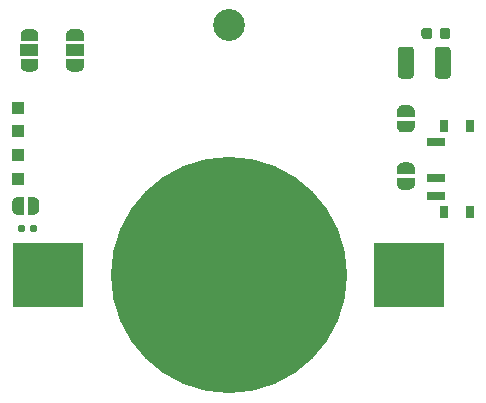
<source format=gbr>
%TF.GenerationSoftware,KiCad,Pcbnew,(5.1.9)-1*%
%TF.CreationDate,2021-12-28T16:52:40+01:00*%
%TF.ProjectId,heart,68656172-742e-46b6-9963-61645f706362,rev?*%
%TF.SameCoordinates,Original*%
%TF.FileFunction,Soldermask,Bot*%
%TF.FilePolarity,Negative*%
%FSLAX46Y46*%
G04 Gerber Fmt 4.6, Leading zero omitted, Abs format (unit mm)*
G04 Created by KiCad (PCBNEW (5.1.9)-1) date 2021-12-28 16:52:40*
%MOMM*%
%LPD*%
G01*
G04 APERTURE LIST*
%ADD10R,1.500000X1.000000*%
%ADD11C,0.100000*%
%ADD12C,2.700000*%
%ADD13C,20.000000*%
%ADD14R,6.000000X5.500000*%
%ADD15R,0.800000X1.000000*%
%ADD16R,1.500000X0.700000*%
%ADD17R,1.000000X1.000000*%
G04 APERTURE END LIST*
D10*
%TO.C,PA2*%
X37000000Y-62950000D03*
D11*
G36*
X36250602Y-61650000D02*
G01*
X36250602Y-61625466D01*
X36255412Y-61576635D01*
X36264984Y-61528510D01*
X36279228Y-61481555D01*
X36298005Y-61436222D01*
X36321136Y-61392949D01*
X36348396Y-61352150D01*
X36379524Y-61314221D01*
X36414221Y-61279524D01*
X36452150Y-61248396D01*
X36492949Y-61221136D01*
X36536222Y-61198005D01*
X36581555Y-61179228D01*
X36628510Y-61164984D01*
X36676635Y-61155412D01*
X36725466Y-61150602D01*
X36750000Y-61150602D01*
X36750000Y-61150000D01*
X37250000Y-61150000D01*
X37250000Y-61150602D01*
X37274534Y-61150602D01*
X37323365Y-61155412D01*
X37371490Y-61164984D01*
X37418445Y-61179228D01*
X37463778Y-61198005D01*
X37507051Y-61221136D01*
X37547850Y-61248396D01*
X37585779Y-61279524D01*
X37620476Y-61314221D01*
X37651604Y-61352150D01*
X37678864Y-61392949D01*
X37701995Y-61436222D01*
X37720772Y-61481555D01*
X37735016Y-61528510D01*
X37744588Y-61576635D01*
X37749398Y-61625466D01*
X37749398Y-61650000D01*
X37750000Y-61650000D01*
X37750000Y-62200000D01*
X36250000Y-62200000D01*
X36250000Y-61650000D01*
X36250602Y-61650000D01*
G37*
G36*
X37750000Y-63700000D02*
G01*
X37750000Y-64250000D01*
X37749398Y-64250000D01*
X37749398Y-64274534D01*
X37744588Y-64323365D01*
X37735016Y-64371490D01*
X37720772Y-64418445D01*
X37701995Y-64463778D01*
X37678864Y-64507051D01*
X37651604Y-64547850D01*
X37620476Y-64585779D01*
X37585779Y-64620476D01*
X37547850Y-64651604D01*
X37507051Y-64678864D01*
X37463778Y-64701995D01*
X37418445Y-64720772D01*
X37371490Y-64735016D01*
X37323365Y-64744588D01*
X37274534Y-64749398D01*
X37250000Y-64749398D01*
X37250000Y-64750000D01*
X36750000Y-64750000D01*
X36750000Y-64749398D01*
X36725466Y-64749398D01*
X36676635Y-64744588D01*
X36628510Y-64735016D01*
X36581555Y-64720772D01*
X36536222Y-64701995D01*
X36492949Y-64678864D01*
X36452150Y-64651604D01*
X36414221Y-64620476D01*
X36379524Y-64585779D01*
X36348396Y-64547850D01*
X36321136Y-64507051D01*
X36298005Y-64463778D01*
X36279228Y-64418445D01*
X36264984Y-64371490D01*
X36255412Y-64323365D01*
X36250602Y-64274534D01*
X36250602Y-64250000D01*
X36250000Y-64250000D01*
X36250000Y-63700000D01*
X37750000Y-63700000D01*
G37*
%TD*%
D10*
%TO.C,PA1*%
X33135000Y-62950000D03*
D11*
G36*
X32385602Y-61650000D02*
G01*
X32385602Y-61625466D01*
X32390412Y-61576635D01*
X32399984Y-61528510D01*
X32414228Y-61481555D01*
X32433005Y-61436222D01*
X32456136Y-61392949D01*
X32483396Y-61352150D01*
X32514524Y-61314221D01*
X32549221Y-61279524D01*
X32587150Y-61248396D01*
X32627949Y-61221136D01*
X32671222Y-61198005D01*
X32716555Y-61179228D01*
X32763510Y-61164984D01*
X32811635Y-61155412D01*
X32860466Y-61150602D01*
X32885000Y-61150602D01*
X32885000Y-61150000D01*
X33385000Y-61150000D01*
X33385000Y-61150602D01*
X33409534Y-61150602D01*
X33458365Y-61155412D01*
X33506490Y-61164984D01*
X33553445Y-61179228D01*
X33598778Y-61198005D01*
X33642051Y-61221136D01*
X33682850Y-61248396D01*
X33720779Y-61279524D01*
X33755476Y-61314221D01*
X33786604Y-61352150D01*
X33813864Y-61392949D01*
X33836995Y-61436222D01*
X33855772Y-61481555D01*
X33870016Y-61528510D01*
X33879588Y-61576635D01*
X33884398Y-61625466D01*
X33884398Y-61650000D01*
X33885000Y-61650000D01*
X33885000Y-62200000D01*
X32385000Y-62200000D01*
X32385000Y-61650000D01*
X32385602Y-61650000D01*
G37*
G36*
X33885000Y-63700000D02*
G01*
X33885000Y-64250000D01*
X33884398Y-64250000D01*
X33884398Y-64274534D01*
X33879588Y-64323365D01*
X33870016Y-64371490D01*
X33855772Y-64418445D01*
X33836995Y-64463778D01*
X33813864Y-64507051D01*
X33786604Y-64547850D01*
X33755476Y-64585779D01*
X33720779Y-64620476D01*
X33682850Y-64651604D01*
X33642051Y-64678864D01*
X33598778Y-64701995D01*
X33553445Y-64720772D01*
X33506490Y-64735016D01*
X33458365Y-64744588D01*
X33409534Y-64749398D01*
X33385000Y-64749398D01*
X33385000Y-64750000D01*
X32885000Y-64750000D01*
X32885000Y-64749398D01*
X32860466Y-64749398D01*
X32811635Y-64744588D01*
X32763510Y-64735016D01*
X32716555Y-64720772D01*
X32671222Y-64701995D01*
X32627949Y-64678864D01*
X32587150Y-64651604D01*
X32549221Y-64620476D01*
X32514524Y-64585779D01*
X32483396Y-64547850D01*
X32456136Y-64507051D01*
X32433005Y-64463778D01*
X32414228Y-64418445D01*
X32399984Y-64371490D01*
X32390412Y-64323365D01*
X32385602Y-64274534D01*
X32385602Y-64250000D01*
X32385000Y-64250000D01*
X32385000Y-63700000D01*
X33885000Y-63700000D01*
G37*
%TD*%
D12*
%TO.C,REF\u002A\u002A*%
X50000000Y-60800000D03*
%TD*%
D13*
%TO.C,CR2450*%
X50000000Y-82000000D03*
D14*
X65300000Y-82000000D03*
X34700000Y-82000000D03*
%TD*%
D15*
%TO.C,SW1*%
X68220000Y-69350000D03*
X68220000Y-76650000D03*
X70430000Y-76650000D03*
X70430000Y-69350000D03*
D16*
X67570000Y-75250000D03*
X67570000Y-73750000D03*
X67570000Y-70750000D03*
%TD*%
D11*
%TO.C,RST*%
G36*
X32170000Y-76869398D02*
G01*
X32145466Y-76869398D01*
X32096635Y-76864588D01*
X32048510Y-76855016D01*
X32001555Y-76840772D01*
X31956222Y-76821995D01*
X31912949Y-76798864D01*
X31872150Y-76771604D01*
X31834221Y-76740476D01*
X31799524Y-76705779D01*
X31768396Y-76667850D01*
X31741136Y-76627051D01*
X31718005Y-76583778D01*
X31699228Y-76538445D01*
X31684984Y-76491490D01*
X31675412Y-76443365D01*
X31670602Y-76394534D01*
X31670602Y-76370000D01*
X31670000Y-76370000D01*
X31670000Y-75870000D01*
X31670602Y-75870000D01*
X31670602Y-75845466D01*
X31675412Y-75796635D01*
X31684984Y-75748510D01*
X31699228Y-75701555D01*
X31718005Y-75656222D01*
X31741136Y-75612949D01*
X31768396Y-75572150D01*
X31799524Y-75534221D01*
X31834221Y-75499524D01*
X31872150Y-75468396D01*
X31912949Y-75441136D01*
X31956222Y-75418005D01*
X32001555Y-75399228D01*
X32048510Y-75384984D01*
X32096635Y-75375412D01*
X32145466Y-75370602D01*
X32170000Y-75370602D01*
X32170000Y-75370000D01*
X32670000Y-75370000D01*
X32670000Y-76870000D01*
X32170000Y-76870000D01*
X32170000Y-76869398D01*
G37*
G36*
X32970000Y-75370000D02*
G01*
X33470000Y-75370000D01*
X33470000Y-75370602D01*
X33494534Y-75370602D01*
X33543365Y-75375412D01*
X33591490Y-75384984D01*
X33638445Y-75399228D01*
X33683778Y-75418005D01*
X33727051Y-75441136D01*
X33767850Y-75468396D01*
X33805779Y-75499524D01*
X33840476Y-75534221D01*
X33871604Y-75572150D01*
X33898864Y-75612949D01*
X33921995Y-75656222D01*
X33940772Y-75701555D01*
X33955016Y-75748510D01*
X33964588Y-75796635D01*
X33969398Y-75845466D01*
X33969398Y-75870000D01*
X33970000Y-75870000D01*
X33970000Y-76370000D01*
X33969398Y-76370000D01*
X33969398Y-76394534D01*
X33964588Y-76443365D01*
X33955016Y-76491490D01*
X33940772Y-76538445D01*
X33921995Y-76583778D01*
X33898864Y-76627051D01*
X33871604Y-76667850D01*
X33840476Y-76705779D01*
X33805779Y-76740476D01*
X33767850Y-76771604D01*
X33727051Y-76798864D01*
X33683778Y-76821995D01*
X33638445Y-76840772D01*
X33591490Y-76855016D01*
X33543365Y-76864588D01*
X33494534Y-76869398D01*
X33470000Y-76869398D01*
X33470000Y-76870000D01*
X32970000Y-76870000D01*
X32970000Y-75370000D01*
G37*
%TD*%
%TO.C,C0*%
G36*
G01*
X67462500Y-65100002D02*
X67462500Y-62899998D01*
G75*
G02*
X67712498Y-62650000I249998J0D01*
G01*
X68537502Y-62650000D01*
G75*
G02*
X68787500Y-62899998I0J-249998D01*
G01*
X68787500Y-65100002D01*
G75*
G02*
X68537502Y-65350000I-249998J0D01*
G01*
X67712498Y-65350000D01*
G75*
G02*
X67462500Y-65100002I0J249998D01*
G01*
G37*
G36*
G01*
X64337500Y-65100002D02*
X64337500Y-62899998D01*
G75*
G02*
X64587498Y-62650000I249998J0D01*
G01*
X65412502Y-62650000D01*
G75*
G02*
X65662500Y-62899998I0J-249998D01*
G01*
X65662500Y-65100002D01*
G75*
G02*
X65412502Y-65350000I-249998J0D01*
G01*
X64587498Y-65350000D01*
G75*
G02*
X64337500Y-65100002I0J249998D01*
G01*
G37*
%TD*%
D17*
%TO.C,J4*%
X32170000Y-73820000D03*
%TD*%
%TO.C,J3*%
X32170000Y-69820000D03*
%TD*%
%TO.C,J2*%
X32170000Y-71820000D03*
%TD*%
%TO.C,J1*%
X32170000Y-67820000D03*
%TD*%
%TO.C,C1*%
G36*
G01*
X67875000Y-61775000D02*
X67875000Y-61275000D01*
G75*
G02*
X68100000Y-61050000I225000J0D01*
G01*
X68550000Y-61050000D01*
G75*
G02*
X68775000Y-61275000I0J-225000D01*
G01*
X68775000Y-61775000D01*
G75*
G02*
X68550000Y-62000000I-225000J0D01*
G01*
X68100000Y-62000000D01*
G75*
G02*
X67875000Y-61775000I0J225000D01*
G01*
G37*
G36*
G01*
X66325000Y-61775000D02*
X66325000Y-61275000D01*
G75*
G02*
X66550000Y-61050000I225000J0D01*
G01*
X67000000Y-61050000D01*
G75*
G02*
X67225000Y-61275000I0J-225000D01*
G01*
X67225000Y-61775000D01*
G75*
G02*
X67000000Y-62000000I-225000J0D01*
G01*
X66550000Y-62000000D01*
G75*
G02*
X66325000Y-61775000I0J225000D01*
G01*
G37*
%TD*%
%TO.C,R24*%
G36*
G01*
X32720000Y-77860000D02*
X32720000Y-78230000D01*
G75*
G02*
X32585000Y-78365000I-135000J0D01*
G01*
X32315000Y-78365000D01*
G75*
G02*
X32180000Y-78230000I0J135000D01*
G01*
X32180000Y-77860000D01*
G75*
G02*
X32315000Y-77725000I135000J0D01*
G01*
X32585000Y-77725000D01*
G75*
G02*
X32720000Y-77860000I0J-135000D01*
G01*
G37*
G36*
G01*
X33740000Y-77860000D02*
X33740000Y-78230000D01*
G75*
G02*
X33605000Y-78365000I-135000J0D01*
G01*
X33335000Y-78365000D01*
G75*
G02*
X33200000Y-78230000I0J135000D01*
G01*
X33200000Y-77860000D01*
G75*
G02*
X33335000Y-77725000I135000J0D01*
G01*
X33605000Y-77725000D01*
G75*
G02*
X33740000Y-77860000I0J-135000D01*
G01*
G37*
%TD*%
D11*
%TO.C,JP2*%
G36*
X64250602Y-68100000D02*
G01*
X64250602Y-68075466D01*
X64255412Y-68026635D01*
X64264984Y-67978510D01*
X64279228Y-67931555D01*
X64298005Y-67886222D01*
X64321136Y-67842949D01*
X64348396Y-67802150D01*
X64379524Y-67764221D01*
X64414221Y-67729524D01*
X64452150Y-67698396D01*
X64492949Y-67671136D01*
X64536222Y-67648005D01*
X64581555Y-67629228D01*
X64628510Y-67614984D01*
X64676635Y-67605412D01*
X64725466Y-67600602D01*
X64750000Y-67600602D01*
X64750000Y-67600000D01*
X65250000Y-67600000D01*
X65250000Y-67600602D01*
X65274534Y-67600602D01*
X65323365Y-67605412D01*
X65371490Y-67614984D01*
X65418445Y-67629228D01*
X65463778Y-67648005D01*
X65507051Y-67671136D01*
X65547850Y-67698396D01*
X65585779Y-67729524D01*
X65620476Y-67764221D01*
X65651604Y-67802150D01*
X65678864Y-67842949D01*
X65701995Y-67886222D01*
X65720772Y-67931555D01*
X65735016Y-67978510D01*
X65744588Y-68026635D01*
X65749398Y-68075466D01*
X65749398Y-68100000D01*
X65750000Y-68100000D01*
X65750000Y-68600000D01*
X64250000Y-68600000D01*
X64250000Y-68100000D01*
X64250602Y-68100000D01*
G37*
G36*
X65750000Y-68900000D02*
G01*
X65750000Y-69400000D01*
X65749398Y-69400000D01*
X65749398Y-69424534D01*
X65744588Y-69473365D01*
X65735016Y-69521490D01*
X65720772Y-69568445D01*
X65701995Y-69613778D01*
X65678864Y-69657051D01*
X65651604Y-69697850D01*
X65620476Y-69735779D01*
X65585779Y-69770476D01*
X65547850Y-69801604D01*
X65507051Y-69828864D01*
X65463778Y-69851995D01*
X65418445Y-69870772D01*
X65371490Y-69885016D01*
X65323365Y-69894588D01*
X65274534Y-69899398D01*
X65250000Y-69899398D01*
X65250000Y-69900000D01*
X64750000Y-69900000D01*
X64750000Y-69899398D01*
X64725466Y-69899398D01*
X64676635Y-69894588D01*
X64628510Y-69885016D01*
X64581555Y-69870772D01*
X64536222Y-69851995D01*
X64492949Y-69828864D01*
X64452150Y-69801604D01*
X64414221Y-69770476D01*
X64379524Y-69735779D01*
X64348396Y-69697850D01*
X64321136Y-69657051D01*
X64298005Y-69613778D01*
X64279228Y-69568445D01*
X64264984Y-69521490D01*
X64255412Y-69473365D01*
X64250602Y-69424534D01*
X64250602Y-69400000D01*
X64250000Y-69400000D01*
X64250000Y-68900000D01*
X65750000Y-68900000D01*
G37*
%TD*%
%TO.C,JP1*%
G36*
X64250602Y-72950000D02*
G01*
X64250602Y-72925466D01*
X64255412Y-72876635D01*
X64264984Y-72828510D01*
X64279228Y-72781555D01*
X64298005Y-72736222D01*
X64321136Y-72692949D01*
X64348396Y-72652150D01*
X64379524Y-72614221D01*
X64414221Y-72579524D01*
X64452150Y-72548396D01*
X64492949Y-72521136D01*
X64536222Y-72498005D01*
X64581555Y-72479228D01*
X64628510Y-72464984D01*
X64676635Y-72455412D01*
X64725466Y-72450602D01*
X64750000Y-72450602D01*
X64750000Y-72450000D01*
X65250000Y-72450000D01*
X65250000Y-72450602D01*
X65274534Y-72450602D01*
X65323365Y-72455412D01*
X65371490Y-72464984D01*
X65418445Y-72479228D01*
X65463778Y-72498005D01*
X65507051Y-72521136D01*
X65547850Y-72548396D01*
X65585779Y-72579524D01*
X65620476Y-72614221D01*
X65651604Y-72652150D01*
X65678864Y-72692949D01*
X65701995Y-72736222D01*
X65720772Y-72781555D01*
X65735016Y-72828510D01*
X65744588Y-72876635D01*
X65749398Y-72925466D01*
X65749398Y-72950000D01*
X65750000Y-72950000D01*
X65750000Y-73450000D01*
X64250000Y-73450000D01*
X64250000Y-72950000D01*
X64250602Y-72950000D01*
G37*
G36*
X65750000Y-73750000D02*
G01*
X65750000Y-74250000D01*
X65749398Y-74250000D01*
X65749398Y-74274534D01*
X65744588Y-74323365D01*
X65735016Y-74371490D01*
X65720772Y-74418445D01*
X65701995Y-74463778D01*
X65678864Y-74507051D01*
X65651604Y-74547850D01*
X65620476Y-74585779D01*
X65585779Y-74620476D01*
X65547850Y-74651604D01*
X65507051Y-74678864D01*
X65463778Y-74701995D01*
X65418445Y-74720772D01*
X65371490Y-74735016D01*
X65323365Y-74744588D01*
X65274534Y-74749398D01*
X65250000Y-74749398D01*
X65250000Y-74750000D01*
X64750000Y-74750000D01*
X64750000Y-74749398D01*
X64725466Y-74749398D01*
X64676635Y-74744588D01*
X64628510Y-74735016D01*
X64581555Y-74720772D01*
X64536222Y-74701995D01*
X64492949Y-74678864D01*
X64452150Y-74651604D01*
X64414221Y-74620476D01*
X64379524Y-74585779D01*
X64348396Y-74547850D01*
X64321136Y-74507051D01*
X64298005Y-74463778D01*
X64279228Y-74418445D01*
X64264984Y-74371490D01*
X64255412Y-74323365D01*
X64250602Y-74274534D01*
X64250602Y-74250000D01*
X64250000Y-74250000D01*
X64250000Y-73750000D01*
X65750000Y-73750000D01*
G37*
%TD*%
M02*

</source>
